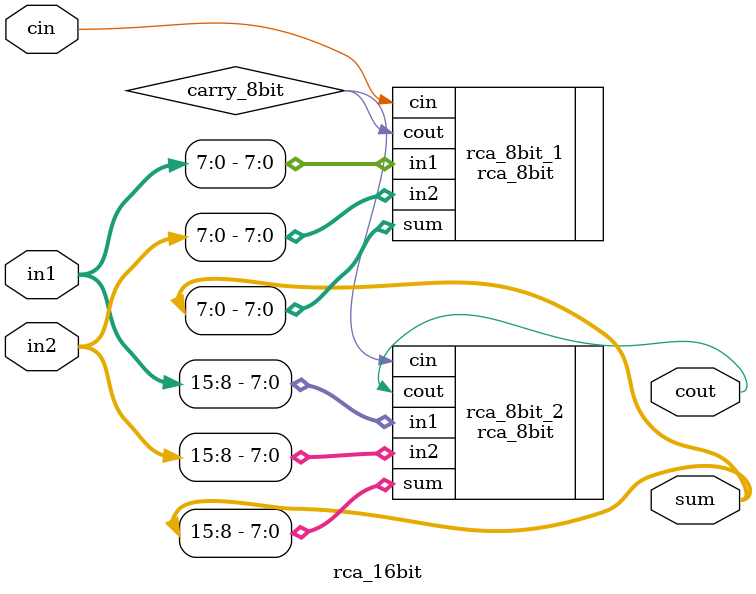
<source format=v>
`timescale 1ns / 1ps

/*
	Assignment 3, Group 63
	Team Members :-
	
	Pranav Nyati - 20CS30037
	Shreyas Jena - 20CS30049
	
*/

module rca_16bit(in1, in2, cin, sum, cout);

// Inputs

// in1 :- Stores the 1st 16-bit input no. to be added
// in2 :- Stores the 2nd 16-bit input no. to be added
// cin :- Passes the initial carry value to be used for bitwise addition at LSB position

input [15:0] in1, in2;
input cin;

// Outputs

// sum :- Stores the 16-bit no. containing sum values for each bitwise addition
// cout :- Returns the final carry value after 16-bit addition of in1 and in2

output [15:0] sum;
output cout;

// wire carry_8bit stores the intermediate carry from 8-bit addition of the least significant 8 bits of in1 and in2
wire carry_8bit;

// define the 16-bit RCA in terms of 2 cascading 8 bit RCA (first one for the Least Significant 8 bits => 0:7 bits; and next for remaining eight bits => 8:15 bits)
    rca_8bit rca_8bit_1(.in1(in1[7:0]), .in2(in2[7:0]), .cin(cin), .sum(sum[7:0]), .cout(carry_8bit));
    rca_8bit rca_8bit_2(.in1(in1[15:8]), .in2(in2[15:8]), .cin(carry_8bit), .sum(sum[15:8]), .cout(cout));

endmodule

</source>
